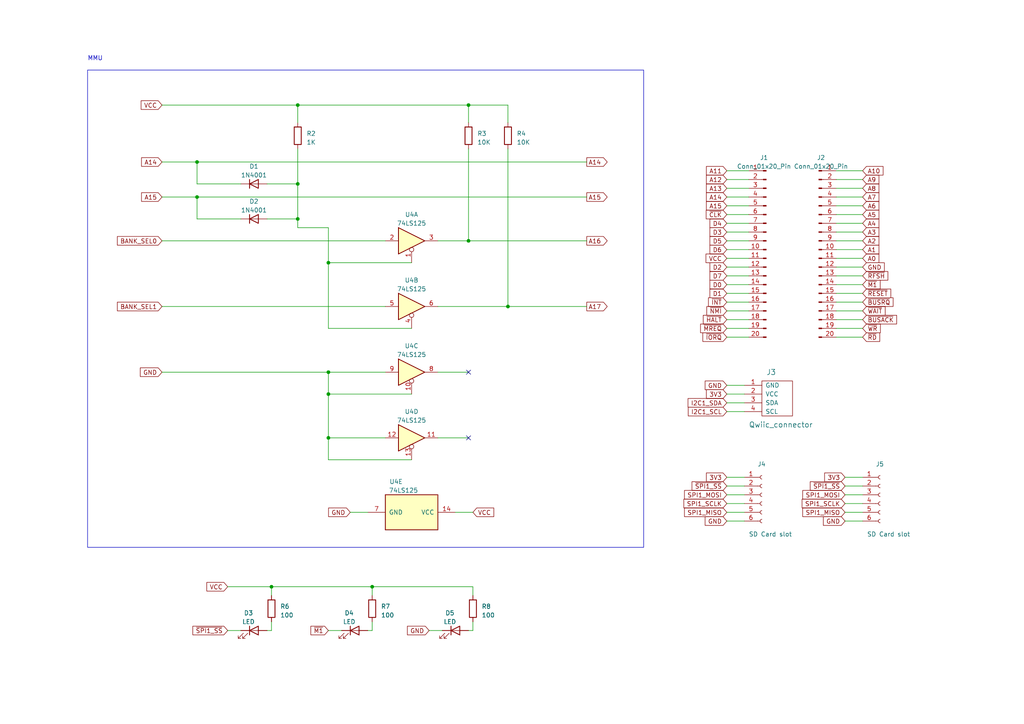
<source format=kicad_sch>
(kicad_sch (version 20231120) (generator "eeschema") (generator_version "8.0")
  (paper "A4")
  (title_block (title "Nucleo64 Z80") (date "2024-05-18") (rev "1.2"))
  (lib_symbols
    (symbol "74xx:74LS125" (pin_names (offset 1.016))
      (property "Reference" "U" (at 0 1.27 0))
      (property "Value" "74LS125" (at 0 -1.27 0))
      (symbol "74LS125_1_0"
        (polyline (pts (xy -3.81 3.81) (xy -3.81 -3.81) (xy 3.81 0) (xy -3.81 3.81)) (stroke (width 0.254)) (fill (type background)))
        (pin input inverted (at 0 -6.35 90) (length 4.445) (name "~") (number "1"))
        (pin input line (at -7.62 0 0) (length 3.81) (name "~") (number "2"))
        (pin tri_state line (at 7.62 0 180) (length 3.81) (name "~") (number "3"))
      )
      (symbol "74LS125_2_0"
        (polyline (pts (xy -3.81 3.81) (xy -3.81 -3.81) (xy 3.81 0) (xy -3.81 3.81)) (stroke (width 0.254)) (fill (type background)))
        (pin input inverted (at 0 -6.35 90) (length 4.445) (name "~") (number "4"))
        (pin input line (at -7.62 0 0) (length 3.81) (name "~") (number "5"))
        (pin tri_state line (at 7.62 0 180) (length 3.81) (name "~") (number "6"))
      )
      (symbol "74LS125_3_0"
        (polyline (pts (xy -3.81 3.81) (xy -3.81 -3.81) (xy 3.81 0) (xy -3.81 3.81)) (stroke (width 0.254)) (fill (type background)))
        (pin input inverted (at 0 -6.35 90) (length 4.445) (name "~") (number "10"))
        (pin tri_state line (at 7.62 0 180) (length 3.81) (name "~") (number "8"))
        (pin input line (at -7.62 0 0) (length 3.81) (name "~") (number "9"))
      )
      (symbol "74LS125_4_0"
        (polyline (pts (xy -3.81 3.81) (xy -3.81 -3.81) (xy 3.81 0) (xy -3.81 3.81)) (stroke (width 0.254)) (fill (type background)))
        (pin tri_state line (at 7.62 0 180) (length 3.81) (name "~") (number "11"))
        (pin input line (at -7.62 0 0) (length 3.81) (name "~") (number "12"))
        (pin input inverted (at 0 -6.35 90) (length 4.445) (name "~") (number "13"))
      )
      (symbol "74LS125_5_0"
        (pin power_in line (at 0 12.7 270) (length 5.08) (name "VCC") (number "14"))
        (pin power_in line (at 0 -12.7 90) (length 5.08) (name "GND") (number "7"))
      )
      (symbol "74LS125_5_1"
        (rectangle (start -5.08 7.62) (end 5.08 -7.62) (stroke (width 0.254)) (fill (type background)))
      )
    )
    (symbol "Conn_01x06_Socket_1" (pin_names (offset 1.016) hide)
      (property "Reference" "J" (at 0 7.62 0))
      (property "Value" "Conn_01x06_Socket" (at 0 -10.16 0))
      (symbol "Conn_01x06_Socket_1_1_1"
        (arc (start 0 -7.112) (mid -0.5058 -7.62) (end 0 -8.128) (stroke (width 0.1524)))
        (arc (start 0 -4.572) (mid -0.5058 -5.08) (end 0 -5.588) (stroke (width 0.1524)))
        (arc (start 0 -2.032) (mid -0.5058 -2.54) (end 0 -3.048) (stroke (width 0.1524)))
        (polyline (pts (xy -1.27 -7.62) (xy -0.508 -7.62)) (stroke (width 0.1524)))
        (polyline (pts (xy -1.27 -5.08) (xy -0.508 -5.08)) (stroke (width 0.1524)))
        (polyline (pts (xy -1.27 -2.54) (xy -0.508 -2.54)) (stroke (width 0.1524)))
        (polyline (pts (xy -1.27 0) (xy -0.508 0)) (stroke (width 0.1524)))
        (polyline (pts (xy -1.27 2.54) (xy -0.508 2.54)) (stroke (width 0.1524)))
        (polyline (pts (xy -1.27 5.08) (xy -0.508 5.08)) (stroke (width 0.1524)))
        (arc (start 0 0.508) (mid -0.5058 0) (end 0 -0.508) (stroke (width 0.1524)))
        (arc (start 0 3.048) (mid -0.5058 2.54) (end 0 2.032) (stroke (width 0.1524)))
        (arc (start 0 5.588) (mid -0.5058 5.08) (end 0 4.572) (stroke (width 0.1524)))
        (pin passive line (at -5.08 5.08 0) (length 3.81) (name "Pin_1") (number "1"))
        (pin passive line (at -5.08 2.54 0) (length 3.81) (name "Pin_2") (number "2"))
        (pin passive line (at -5.08 0 0) (length 3.81) (name "Pin_3") (number "3"))
        (pin passive line (at -5.08 -2.54 0) (length 3.81) (name "Pin_4") (number "4"))
        (pin passive line (at -5.08 -5.08 0) (length 3.81) (name "Pin_5") (number "5"))
        (pin passive line (at -5.08 -7.62 0) (length 3.81) (name "Pin_6") (number "6"))
      )
    )
    (symbol "Connector:Conn_01x06_Socket" (pin_names (offset 1.016) hide)
      (property "Reference" "J" (at 0 7.62 0))
      (property "Value" "Conn_01x06_Socket" (at 0 -10.16 0))
      (symbol "Conn_01x06_Socket_1_1"
        (arc (start 0 -7.112) (mid -0.5058 -7.62) (end 0 -8.128) (stroke (width 0.1524)))
        (arc (start 0 -4.572) (mid -0.5058 -5.08) (end 0 -5.588) (stroke (width 0.1524)))
        (arc (start 0 -2.032) (mid -0.5058 -2.54) (end 0 -3.048) (stroke (width 0.1524)))
        (polyline (pts (xy -1.27 -7.62) (xy -0.508 -7.62)) (stroke (width 0.1524)))
        (polyline (pts (xy -1.27 -5.08) (xy -0.508 -5.08)) (stroke (width 0.1524)))
        (polyline (pts (xy -1.27 -2.54) (xy -0.508 -2.54)) (stroke (width 0.1524)))
        (polyline (pts (xy -1.27 0) (xy -0.508 0)) (stroke (width 0.1524)))
        (polyline (pts (xy -1.27 2.54) (xy -0.508 2.54)) (stroke (width 0.1524)))
        (polyline (pts (xy -1.27 5.08) (xy -0.508 5.08)) (stroke (width 0.1524)))
        (arc (start 0 0.508) (mid -0.5058 0) (end 0 -0.508) (stroke (width 0.1524)))
        (arc (start 0 3.048) (mid -0.5058 2.54) (end 0 2.032) (stroke (width 0.1524)))
        (arc (start 0 5.588) (mid -0.5058 5.08) (end 0 4.572) (stroke (width 0.1524)))
        (pin passive line (at -5.08 5.08 0) (length 3.81) (name "Pin_1") (number "1"))
        (pin passive line (at -5.08 2.54 0) (length 3.81) (name "Pin_2") (number "2"))
        (pin passive line (at -5.08 0 0) (length 3.81) (name "Pin_3") (number "3"))
        (pin passive line (at -5.08 -2.54 0) (length 3.81) (name "Pin_4") (number "4"))
        (pin passive line (at -5.08 -5.08 0) (length 3.81) (name "Pin_5") (number "5"))
        (pin passive line (at -5.08 -7.62 0) (length 3.81) (name "Pin_6") (number "6"))
      )
    )
    (symbol "Connector:Conn_01x20_Pin" (pin_names (offset 1.016) hide)
      (property "Reference" "J" (at 0 25.4 0))
      (property "Value" "Conn_01x20_Pin" (at 0 -27.94 0))
      (symbol "Conn_01x20_Pin_1_1"
        (polyline (pts (xy 1.27 -25.4) (xy 0.8636 -25.4)) (stroke (width 0.1524)))
        (polyline (pts (xy 1.27 -22.86) (xy 0.8636 -22.86)) (stroke (width 0.1524)))
        (polyline (pts (xy 1.27 -20.32) (xy 0.8636 -20.32)) (stroke (width 0.1524)))
        (polyline (pts (xy 1.27 -17.78) (xy 0.8636 -17.78)) (stroke (width 0.1524)))
        (polyline (pts (xy 1.27 -15.24) (xy 0.8636 -15.24)) (stroke (width 0.1524)))
        (polyline (pts (xy 1.27 -12.7) (xy 0.8636 -12.7)) (stroke (width 0.1524)))
        (polyline (pts (xy 1.27 -10.16) (xy 0.8636 -10.16)) (stroke (width 0.1524)))
        (polyline (pts (xy 1.27 -7.62) (xy 0.8636 -7.62)) (stroke (width 0.1524)))
        (polyline (pts (xy 1.27 -5.08) (xy 0.8636 -5.08)) (stroke (width 0.1524)))
        (polyline (pts (xy 1.27 -2.54) (xy 0.8636 -2.54)) (stroke (width 0.1524)))
        (polyline (pts (xy 1.27 0) (xy 0.8636 0)) (stroke (width 0.1524)))
        (polyline (pts (xy 1.27 2.54) (xy 0.8636 2.54)) (stroke (width 0.1524)))
        (polyline (pts (xy 1.27 5.08) (xy 0.8636 5.08)) (stroke (width 0.1524)))
        (polyline (pts (xy 1.27 7.62) (xy 0.8636 7.62)) (stroke (width 0.1524)))
        (polyline (pts (xy 1.27 10.16) (xy 0.8636 10.16)) (stroke (width 0.1524)))
        (polyline (pts (xy 1.27 12.7) (xy 0.8636 12.7)) (stroke (width 0.1524)))
        (polyline (pts (xy 1.27 15.24) (xy 0.8636 15.24)) (stroke (width 0.1524)))
        (polyline (pts (xy 1.27 17.78) (xy 0.8636 17.78)) (stroke (width 0.1524)))
        (polyline (pts (xy 1.27 20.32) (xy 0.8636 20.32)) (stroke (width 0.1524)))
        (polyline (pts (xy 1.27 22.86) (xy 0.8636 22.86)) (stroke (width 0.1524)))
        (rectangle (start 0.8636 -25.273) (end 0 -25.527) (stroke (width 0.1524)) (fill (type outline)))
        (rectangle (start 0.8636 -22.733) (end 0 -22.987) (stroke (width 0.1524)) (fill (type outline)))
        (rectangle (start 0.8636 -20.193) (end 0 -20.447) (stroke (width 0.1524)) (fill (type outline)))
        (rectangle (start 0.8636 -17.653) (end 0 -17.907) (stroke (width 0.1524)) (fill (type outline)))
        (rectangle (start 0.8636 -15.113) (end 0 -15.367) (stroke (width 0.1524)) (fill (type outline)))
        (rectangle (start 0.8636 -12.573) (end 0 -12.827) (stroke (width 0.1524)) (fill (type outline)))
        (rectangle (start 0.8636 -10.033) (end 0 -10.287) (stroke (width 0.1524)) (fill (type outline)))
        (rectangle (start 0.8636 -7.493) (end 0 -7.747) (stroke (width 0.1524)) (fill (type outline)))
        (rectangle (start 0.8636 -4.953) (end 0 -5.207) (stroke (width 0.1524)) (fill (type outline)))
        (rectangle (start 0.8636 -2.413) (end 0 -2.667) (stroke (width 0.1524)) (fill (type outline)))
        (rectangle (start 0.8636 0.127) (end 0 -0.127) (stroke (width 0.1524)) (fill (type outline)))
        (rectangle (start 0.8636 2.667) (end 0 2.413) (stroke (width 0.1524)) (fill (type outline)))
        (rectangle (start 0.8636 5.207) (end 0 4.953) (stroke (width 0.1524)) (fill (type outline)))
        (rectangle (start 0.8636 7.747) (end 0 7.493) (stroke (width 0.1524)) (fill (type outline)))
        (rectangle (start 0.8636 10.287) (end 0 10.033) (stroke (width 0.1524)) (fill (type outline)))
        (rectangle (start 0.8636 12.827) (end 0 12.573) (stroke (width 0.1524)) (fill (type outline)))
        (rectangle (start 0.8636 15.367) (end 0 15.113) (stroke (width 0.1524)) (fill (type outline)))
        (rectangle (start 0.8636 17.907) (end 0 17.653) (stroke (width 0.1524)) (fill (type outline)))
        (rectangle (start 0.8636 20.447) (end 0 20.193) (stroke (width 0.1524)) (fill (type outline)))
        (rectangle (start 0.8636 22.987) (end 0 22.733) (stroke (width 0.1524)) (fill (type outline)))
        (pin passive line (at 5.08 22.86 180) (length 3.81) (name "Pin_1") (number "1"))
        (pin passive line (at 5.08 0 180) (length 3.81) (name "Pin_10") (number "10"))
        (pin passive line (at 5.08 -2.54 180) (length 3.81) (name "Pin_11") (number "11"))
        (pin passive line (at 5.08 -5.08 180) (length 3.81) (name "Pin_12") (number "12"))
        (pin passive line (at 5.08 -7.62 180) (length 3.81) (name "Pin_13") (number "13"))
        (pin passive line (at 5.08 -10.16 180) (length 3.81) (name "Pin_14") (number "14"))
        (pin passive line (at 5.08 -12.7 180) (length 3.81) (name "Pin_15") (number "15"))
        (pin passive line (at 5.08 -15.24 180) (length 3.81) (name "Pin_16") (number "16"))
        (pin passive line (at 5.08 -17.78 180) (length 3.81) (name "Pin_17") (number "17"))
        (pin passive line (at 5.08 -20.32 180) (length 3.81) (name "Pin_18") (number "18"))
        (pin passive line (at 5.08 -22.86 180) (length 3.81) (name "Pin_19") (number "19"))
        (pin passive line (at 5.08 20.32 180) (length 3.81) (name "Pin_2") (number "2"))
        (pin passive line (at 5.08 -25.4 180) (length 3.81) (name "Pin_20") (number "20"))
        (pin passive line (at 5.08 17.78 180) (length 3.81) (name "Pin_3") (number "3"))
        (pin passive line (at 5.08 15.24 180) (length 3.81) (name "Pin_4") (number "4"))
        (pin passive line (at 5.08 12.7 180) (length 3.81) (name "Pin_5") (number "5"))
        (pin passive line (at 5.08 10.16 180) (length 3.81) (name "Pin_6") (number "6"))
        (pin passive line (at 5.08 7.62 180) (length 3.81) (name "Pin_7") (number "7"))
        (pin passive line (at 5.08 5.08 180) (length 3.81) (name "Pin_8") (number "8"))
        (pin passive line (at 5.08 2.54 180) (length 3.81) (name "Pin_9") (number "9"))
      )
    )
    (symbol "Device:LED" (pin_numbers hide) (pin_names (offset 1.016) hide)
      (property "Reference" "D" (at 0 2.54 0))
      (property "Value" "LED" (at 0 -2.54 0))
      (symbol "LED_0_1"
        (polyline (pts (xy -1.27 -1.27) (xy -1.27 1.27)) (stroke (width 0.254)))
        (polyline (pts (xy -1.27 0) (xy 1.27 0)))
        (polyline (pts (xy 1.27 -1.27) (xy 1.27 1.27) (xy -1.27 0) (xy 1.27 -1.27)) (stroke (width 0.254)))
        (polyline (pts (xy -3.048 -0.762) (xy -4.572 -2.286) (xy -3.81 -2.286) (xy -4.572 -2.286) (xy -4.572 -1.524)))
        (polyline (pts (xy -1.778 -0.762) (xy -3.302 -2.286) (xy -2.54 -2.286) (xy -3.302 -2.286) (xy -3.302 -1.524)))
      )
      (symbol "LED_1_1"
        (pin passive line (at -3.81 0 0) (length 2.54) (name "K") (number "1"))
        (pin passive line (at 3.81 0 180) (length 2.54) (name "A") (number "2"))
      )
    )
    (symbol "Device:R" (pin_numbers hide) (pin_names (offset 0))
      (property "Reference" "R" (at 2.032 0 90))
      (property "Value" "R" (at 0 0 90))
      (symbol "R_0_1"
        (rectangle (start -1.016 -2.54) (end 1.016 2.54) (stroke (width 0.254)))
      )
      (symbol "R_1_1"
        (pin passive line (at 0 3.81 270) (length 1.27) (name "~") (number "1"))
        (pin passive line (at 0 -3.81 90) (length 1.27) (name "~") (number "2"))
      )
    )
    (symbol "Diode:1N4001" (pin_numbers hide) (pin_names hide)
      (property "Reference" "D" (at 0 2.54 0))
      (property "Value" "1N4001" (at 0 -2.54 0))
      (symbol "1N4001_0_1"
        (polyline (pts (xy -1.27 1.27) (xy -1.27 -1.27)) (stroke (width 0.254)))
        (polyline (pts (xy 1.27 0) (xy -1.27 0)))
        (polyline (pts (xy 1.27 1.27) (xy 1.27 -1.27) (xy -1.27 0) (xy 1.27 1.27)) (stroke (width 0.254)))
      )
      (symbol "1N4001_1_1"
        (pin passive line (at -3.81 0 0) (length 2.54) (name "K") (number "1"))
        (pin passive line (at 3.81 0 180) (length 2.54) (name "A") (number "2"))
      )
    )
    (symbol "mylib:Qwiic_connector" (pin_names (offset 1.016))
      (property "Reference" "J" (at 8.89 -13.97 0))
      (property "Value" "Qwiic_connector" (at 7.62 -1.27 0))
      (symbol "Qwiic_connector_0_1"
        (rectangle (start 13.97 -12.7) (end 5.08 -2.54))
      )
      (symbol "Qwiic_connector_1_1"
        (pin passive line (at 0 -3.81 0) (length 5.08) (name "GND") (number "1"))
        (pin input line (at 0 -6.35 0) (length 5.08) (name "VCC") (number "2"))
        (pin bidirectional line (at 0 -8.89 0) (length 5.08) (name "SDA") (number "3"))
        (pin bidirectional line (at 0 -11.43 0) (length 5.08) (name "SCL") (number "4"))
      )
    )
  )
  (junction (at 86.36 63.5))
  (junction (at 95.25 114.3))
  (junction (at 147.32 88.9))
  (junction (at 95.25 107.95))
  (junction (at 57.15 46.99))
  (junction (at 86.36 53.34))
  (junction (at 78.74 170.18))
  (junction (at 95.25 127))
  (junction (at 107.95 170.18))
  (junction (at 135.89 30.48))
  (junction (at 95.25 76.2))
  (junction (at 57.15 57.15))
  (junction (at 86.36 30.48))
  (junction (at 135.89 69.85))
  (no_connect (at 135.89 127))
  (no_connect (at 135.89 107.95))
  (wire (pts (xy 210.82 138.43) (xy 215.9 138.43)))
  (wire (pts (xy 250.19 72.39) (xy 242.57 72.39)))
  (wire (pts (xy 46.99 107.95) (xy 95.25 107.95)))
  (wire (pts (xy 147.32 88.9) (xy 170.18 88.9)))
  (wire (pts (xy 210.82 52.07) (xy 217.17 52.07)))
  (wire (pts (xy 250.19 95.25) (xy 242.57 95.25)))
  (wire (pts (xy 95.25 182.88) (xy 99.06 182.88)))
  (wire (pts (xy 86.36 43.18) (xy 86.36 53.34)))
  (wire (pts (xy 210.82 119.38) (xy 215.9 119.38)))
  (wire (pts (xy 101.6 148.59) (xy 106.68 148.59)))
  (wire (pts (xy 210.82 62.23) (xy 217.17 62.23)))
  (wire (pts (xy 250.19 146.05) (xy 245.11 146.05)))
  (wire (pts (xy 95.25 127) (xy 95.25 133.35)))
  (wire (pts (xy 250.19 138.43) (xy 245.11 138.43)))
  (wire (pts (xy 135.89 43.18) (xy 135.89 69.85)))
  (wire (pts (xy 95.25 95.25) (xy 119.38 95.25)))
  (wire (pts (xy 127 88.9) (xy 147.32 88.9)))
  (wire (pts (xy 250.19 87.63) (xy 242.57 87.63)))
  (wire (pts (xy 86.36 30.48) (xy 135.89 30.48)))
  (wire (pts (xy 137.16 170.18) (xy 137.16 172.72)))
  (wire (pts (xy 135.89 69.85) (xy 170.18 69.85)))
  (wire (pts (xy 210.82 87.63) (xy 217.17 87.63)))
  (wire (pts (xy 250.19 74.93) (xy 242.57 74.93)))
  (wire (pts (xy 210.82 95.25) (xy 217.17 95.25)))
  (wire (pts (xy 127 107.95) (xy 135.89 107.95)))
  (wire (pts (xy 210.82 59.69) (xy 217.17 59.69)))
  (wire (pts (xy 250.19 49.53) (xy 242.57 49.53)))
  (wire (pts (xy 250.19 54.61) (xy 242.57 54.61)))
  (wire (pts (xy 57.15 57.15) (xy 57.15 63.5)))
  (wire (pts (xy 210.82 69.85) (xy 217.17 69.85)))
  (wire (pts (xy 250.19 85.09) (xy 242.57 85.09)))
  (wire (pts (xy 250.19 59.69) (xy 242.57 59.69)))
  (wire (pts (xy 210.82 54.61) (xy 217.17 54.61)))
  (wire (pts (xy 170.18 46.99) (xy 57.15 46.99)))
  (wire (pts (xy 210.82 143.51) (xy 215.9 143.51)))
  (wire (pts (xy 250.19 143.51) (xy 245.11 143.51)))
  (wire (pts (xy 210.82 146.05) (xy 215.9 146.05)))
  (wire (pts (xy 78.74 180.34) (xy 78.74 182.88)))
  (wire (pts (xy 210.82 151.13) (xy 215.9 151.13)))
  (wire (pts (xy 124.46 182.88) (xy 128.27 182.88)))
  (wire (pts (xy 210.82 57.15) (xy 217.17 57.15)))
  (wire (pts (xy 210.82 140.97) (xy 215.9 140.97)))
  (wire (pts (xy 210.82 77.47) (xy 217.17 77.47)))
  (wire (pts (xy 210.82 85.09) (xy 217.17 85.09)))
  (wire (pts (xy 210.82 90.17) (xy 217.17 90.17)))
  (wire (pts (xy 119.38 133.35) (xy 95.25 133.35)))
  (wire (pts (xy 111.76 107.95) (xy 95.25 107.95)))
  (wire (pts (xy 78.74 170.18) (xy 107.95 170.18)))
  (wire (pts (xy 95.25 114.3) (xy 119.38 114.3)))
  (wire (pts (xy 95.25 107.95) (xy 95.25 114.3)))
  (wire (pts (xy 210.82 74.93) (xy 217.17 74.93)))
  (wire (pts (xy 250.19 69.85) (xy 242.57 69.85)))
  (wire (pts (xy 210.82 148.59) (xy 215.9 148.59)))
  (wire (pts (xy 137.16 180.34) (xy 137.16 182.88)))
  (wire (pts (xy 86.36 30.48) (xy 86.36 35.56)))
  (wire (pts (xy 106.68 182.88) (xy 107.95 182.88)))
  (wire (pts (xy 250.19 64.77) (xy 242.57 64.77)))
  (wire (pts (xy 250.19 67.31) (xy 242.57 67.31)))
  (wire (pts (xy 95.25 76.2) (xy 95.25 95.25)))
  (wire (pts (xy 210.82 116.84) (xy 215.9 116.84)))
  (wire (pts (xy 86.36 63.5) (xy 86.36 53.34)))
  (wire (pts (xy 250.19 57.15) (xy 242.57 57.15)))
  (wire (pts (xy 250.19 97.79) (xy 242.57 97.79)))
  (wire (pts (xy 210.82 92.71) (xy 217.17 92.71)))
  (wire (pts (xy 86.36 63.5) (xy 86.36 66.04)))
  (wire (pts (xy 78.74 170.18) (xy 78.74 172.72)))
  (wire (pts (xy 46.99 30.48) (xy 86.36 30.48)))
  (wire (pts (xy 210.82 64.77) (xy 217.17 64.77)))
  (wire (pts (xy 127 69.85) (xy 135.89 69.85)))
  (wire (pts (xy 135.89 182.88) (xy 137.16 182.88)))
  (wire (pts (xy 66.04 170.18) (xy 78.74 170.18)))
  (wire (pts (xy 46.99 46.99) (xy 57.15 46.99)))
  (wire (pts (xy 210.82 111.76) (xy 215.9 111.76)))
  (wire (pts (xy 210.82 80.01) (xy 217.17 80.01)))
  (wire (pts (xy 250.19 90.17) (xy 242.57 90.17)))
  (wire (pts (xy 107.95 170.18) (xy 137.16 170.18)))
  (wire (pts (xy 95.25 127) (xy 111.76 127)))
  (wire (pts (xy 107.95 170.18) (xy 107.95 172.72)))
  (wire (pts (xy 250.19 151.13) (xy 245.11 151.13)))
  (wire (pts (xy 46.99 57.15) (xy 57.15 57.15)))
  (wire (pts (xy 147.32 43.18) (xy 147.32 88.9)))
  (wire (pts (xy 147.32 30.48) (xy 147.32 35.56)))
  (wire (pts (xy 57.15 53.34) (xy 69.85 53.34)))
  (wire (pts (xy 127 127) (xy 135.89 127)))
  (wire (pts (xy 135.89 30.48) (xy 135.89 35.56)))
  (wire (pts (xy 210.82 49.53) (xy 217.17 49.53)))
  (wire (pts (xy 77.47 63.5) (xy 86.36 63.5)))
  (wire (pts (xy 95.25 66.04) (xy 95.25 76.2)))
  (wire (pts (xy 250.19 82.55) (xy 242.57 82.55)))
  (wire (pts (xy 250.19 80.01) (xy 242.57 80.01)))
  (wire (pts (xy 210.82 82.55) (xy 217.17 82.55)))
  (wire (pts (xy 135.89 30.48) (xy 147.32 30.48)))
  (wire (pts (xy 132.08 148.59) (xy 137.16 148.59)))
  (wire (pts (xy 250.19 62.23) (xy 242.57 62.23)))
  (wire (pts (xy 66.04 182.88) (xy 69.85 182.88)))
  (wire (pts (xy 250.19 140.97) (xy 245.11 140.97)))
  (wire (pts (xy 210.82 114.3) (xy 215.9 114.3)))
  (wire (pts (xy 95.25 76.2) (xy 119.38 76.2)))
  (wire (pts (xy 250.19 77.47) (xy 242.57 77.47)))
  (wire (pts (xy 46.99 88.9) (xy 111.76 88.9)))
  (wire (pts (xy 170.18 57.15) (xy 57.15 57.15)))
  (wire (pts (xy 77.47 182.88) (xy 78.74 182.88)))
  (wire (pts (xy 46.99 69.85) (xy 111.76 69.85)))
  (wire (pts (xy 86.36 66.04) (xy 95.25 66.04)))
  (wire (pts (xy 210.82 72.39) (xy 217.17 72.39)))
  (wire (pts (xy 107.95 180.34) (xy 107.95 182.88)))
  (wire (pts (xy 250.19 52.07) (xy 242.57 52.07)))
  (wire (pts (xy 57.15 63.5) (xy 69.85 63.5)))
  (wire (pts (xy 86.36 53.34) (xy 77.47 53.34)))
  (wire (pts (xy 95.25 114.3) (xy 95.25 127)))
  (wire (pts (xy 57.15 46.99) (xy 57.15 53.34)))
  (wire (pts (xy 250.19 92.71) (xy 242.57 92.71)))
  (wire (pts (xy 210.82 97.79) (xy 217.17 97.79)))
  (wire (pts (xy 210.82 67.31) (xy 217.17 67.31)))
  (wire (pts (xy 250.19 148.59) (xy 245.11 148.59)))
  (rectangle (start 25.4 20.32) (end 186.69 158.75))
  (text "MMU" (at 25.4 17.78 0) (effects (font (size 1.27 1.27)) (justify left bottom)))
  (global_label "A15" (shape input) (at 210.82 59.69 180) (property "Intersheetrefs" "${INTERSHEET_REFS}" (effects (hide yes))))
  (global_label "SPI1_MOSI" (shape input) (at 245.11 143.51 180) (property "Intersheetrefs" "${INTERSHEET_REFS}" (effects (hide yes))))
  (global_label "A6" (shape input) (at 250.19 59.69 0) (property "Intersheetrefs" "${INTERSHEET_REFS}" (effects (hide yes))))
  (global_label "SPI1_MOSI" (shape input) (at 210.82 143.51 180) (property "Intersheetrefs" "${INTERSHEET_REFS}" (effects (hide yes))))
  (global_label "~{SPI1_SS}" (shape input) (at 66.04 182.88 180) (property "Intersheetrefs" "${INTERSHEET_REFS}" (effects (hide yes))))
  (global_label "~{M1}" (shape input) (at 95.25 182.88 180) (property "Intersheetrefs" "${INTERSHEET_REFS}" (effects (hide yes))))
  (global_label "I2C1_SDA" (shape input) (at 210.82 116.84 180) (property "Intersheetrefs" "${INTERSHEET_REFS}" (effects (hide yes))))
  (global_label "~{SPI1_SS}" (shape input) (at 245.11 140.97 180) (property "Intersheetrefs" "${INTERSHEET_REFS}" (effects (hide yes))))
  (global_label "A15" (shape output) (at 170.18 57.15 0) (property "Intersheetrefs" "${INTERSHEET_REFS}" (effects (hide yes))))
  (global_label "~{MREQ}" (shape input) (at 210.82 95.25 180) (property "Intersheetrefs" "${INTERSHEET_REFS}" (effects (hide yes))))
  (global_label "A14" (shape input) (at 46.99 46.99 180) (property "Intersheetrefs" "${INTERSHEET_REFS}" (effects (hide yes))))
  (global_label "GND" (shape input) (at 124.46 182.88 180) (property "Intersheetrefs" "${INTERSHEET_REFS}" (effects (hide yes))))
  (global_label "D6" (shape input) (at 210.82 72.39 180) (property "Intersheetrefs" "${INTERSHEET_REFS}" (effects (hide yes))))
  (global_label "VCC" (shape input) (at 210.82 74.93 180) (property "Intersheetrefs" "${INTERSHEET_REFS}" (effects (hide yes))))
  (global_label "3V3" (shape input) (at 245.11 138.43 180) (property "Intersheetrefs" "${INTERSHEET_REFS}" (effects (hide yes))))
  (global_label "A16" (shape output) (at 170.18 69.85 0) (property "Intersheetrefs" "${INTERSHEET_REFS}" (effects (hide yes))))
  (global_label "D4" (shape input) (at 210.82 64.77 180) (property "Intersheetrefs" "${INTERSHEET_REFS}" (effects (hide yes))))
  (global_label "BANK_SEL1" (shape input) (at 46.99 88.9 180) (property "Intersheetrefs" "${INTERSHEET_REFS}" (effects (hide yes))))
  (global_label "~{WAIT}" (shape input) (at 250.19 90.17 0) (property "Intersheetrefs" "${INTERSHEET_REFS}" (effects (hide yes))))
  (global_label "A1" (shape input) (at 250.19 72.39 0) (property "Intersheetrefs" "${INTERSHEET_REFS}" (effects (hide yes))))
  (global_label "SPI1_SCLK" (shape input) (at 210.82 146.05 180) (property "Intersheetrefs" "${INTERSHEET_REFS}" (effects (hide yes))))
  (global_label "A4" (shape input) (at 250.19 64.77 0) (property "Intersheetrefs" "${INTERSHEET_REFS}" (effects (hide yes))))
  (global_label "~{INT}" (shape input) (at 210.82 87.63 180) (property "Intersheetrefs" "${INTERSHEET_REFS}" (effects (hide yes))))
  (global_label "~{HALT}" (shape input) (at 210.82 92.71 180) (property "Intersheetrefs" "${INTERSHEET_REFS}" (effects (hide yes))))
  (global_label "A12" (shape input) (at 210.82 52.07 180) (property "Intersheetrefs" "${INTERSHEET_REFS}" (effects (hide yes))))
  (global_label "~{NMI}" (shape input) (at 210.82 90.17 180) (property "Intersheetrefs" "${INTERSHEET_REFS}" (effects (hide yes))))
  (global_label "A8" (shape input) (at 250.19 54.61 0) (property "Intersheetrefs" "${INTERSHEET_REFS}" (effects (hide yes))))
  (global_label "BANK_SEL0" (shape input) (at 46.99 69.85 180) (property "Intersheetrefs" "${INTERSHEET_REFS}" (effects (hide yes))))
  (global_label "A14" (shape output) (at 170.18 46.99 0) (property "Intersheetrefs" "${INTERSHEET_REFS}" (effects (hide yes))))
  (global_label "~{CLK}" (shape input) (at 210.82 62.23 180) (property "Intersheetrefs" "${INTERSHEET_REFS}" (effects (hide yes))))
  (global_label "SPI1_SCLK" (shape input) (at 245.11 146.05 180) (property "Intersheetrefs" "${INTERSHEET_REFS}" (effects (hide yes))))
  (global_label "GND" (shape input) (at 250.19 77.47 0) (property "Intersheetrefs" "${INTERSHEET_REFS}" (effects (hide yes))))
  (global_label "VCC" (shape input) (at 66.04 170.18 180) (property "Intersheetrefs" "${INTERSHEET_REFS}" (effects (hide yes))))
  (global_label "~{RFSH}" (shape input) (at 250.19 80.01 0) (property "Intersheetrefs" "${INTERSHEET_REFS}" (effects (hide yes))))
  (global_label "D5" (shape input) (at 210.82 69.85 180) (property "Intersheetrefs" "${INTERSHEET_REFS}" (effects (hide yes))))
  (global_label "A17" (shape output) (at 170.18 88.9 0) (property "Intersheetrefs" "${INTERSHEET_REFS}" (effects (hide yes))))
  (global_label "D3" (shape input) (at 210.82 67.31 180) (property "Intersheetrefs" "${INTERSHEET_REFS}" (effects (hide yes))))
  (global_label "D7" (shape input) (at 210.82 80.01 180) (property "Intersheetrefs" "${INTERSHEET_REFS}" (effects (hide yes))))
  (global_label "~{BUSRQ}" (shape input) (at 250.19 87.63 0) (property "Intersheetrefs" "${INTERSHEET_REFS}" (effects (hide yes))))
  (global_label "SPI1_MISO" (shape input) (at 210.82 148.59 180) (property "Intersheetrefs" "${INTERSHEET_REFS}" (effects (hide yes))))
  (global_label "GND" (shape input) (at 210.82 111.76 180) (property "Intersheetrefs" "${INTERSHEET_REFS}" (effects (hide yes))))
  (global_label "SPI1_MISO" (shape input) (at 245.11 148.59 180) (property "Intersheetrefs" "${INTERSHEET_REFS}" (effects (hide yes))))
  (global_label "A15" (shape input) (at 46.99 57.15 180) (property "Intersheetrefs" "${INTERSHEET_REFS}" (effects (hide yes))))
  (global_label "3V3" (shape input) (at 210.82 114.3 180) (property "Intersheetrefs" "${INTERSHEET_REFS}" (effects (hide yes))))
  (global_label "A5" (shape input) (at 250.19 62.23 0) (property "Intersheetrefs" "${INTERSHEET_REFS}" (effects (hide yes))))
  (global_label "~{BUSACK}" (shape input) (at 250.19 92.71 0) (property "Intersheetrefs" "${INTERSHEET_REFS}" (effects (hide yes))))
  (global_label "A9" (shape input) (at 250.19 52.07 0) (property "Intersheetrefs" "${INTERSHEET_REFS}" (effects (hide yes))))
  (global_label "A7" (shape input) (at 250.19 57.15 0) (property "Intersheetrefs" "${INTERSHEET_REFS}" (effects (hide yes))))
  (global_label "GND" (shape input) (at 210.82 151.13 180) (property "Intersheetrefs" "${INTERSHEET_REFS}" (effects (hide yes))))
  (global_label "3V3" (shape input) (at 210.82 138.43 180) (property "Intersheetrefs" "${INTERSHEET_REFS}" (effects (hide yes))))
  (global_label "D1" (shape input) (at 210.82 85.09 180) (property "Intersheetrefs" "${INTERSHEET_REFS}" (effects (hide yes))))
  (global_label "A10" (shape input) (at 250.19 49.53 0) (property "Intersheetrefs" "${INTERSHEET_REFS}" (effects (hide yes))))
  (global_label "VCC" (shape input) (at 137.16 148.59 0) (property "Intersheetrefs" "${INTERSHEET_REFS}" (effects (hide yes))))
  (global_label "~{WR}" (shape input) (at 250.19 95.25 0) (property "Intersheetrefs" "${INTERSHEET_REFS}" (effects (hide yes))))
  (global_label "A11" (shape input) (at 210.82 49.53 180) (property "Intersheetrefs" "${INTERSHEET_REFS}" (effects (hide yes))))
  (global_label "VCC" (shape input) (at 46.99 30.48 180) (property "Intersheetrefs" "${INTERSHEET_REFS}" (effects (hide yes))))
  (global_label "D2" (shape input) (at 210.82 77.47 180) (property "Intersheetrefs" "${INTERSHEET_REFS}" (effects (hide yes))))
  (global_label "~{IORQ}" (shape input) (at 210.82 97.79 180) (property "Intersheetrefs" "${INTERSHEET_REFS}" (effects (hide yes))))
  (global_label "A14" (shape input) (at 210.82 57.15 180) (property "Intersheetrefs" "${INTERSHEET_REFS}" (effects (hide yes))))
  (global_label "~{M1}" (shape input) (at 250.19 82.55 0) (property "Intersheetrefs" "${INTERSHEET_REFS}" (effects (hide yes))))
  (global_label "A2" (shape input) (at 250.19 69.85 0) (property "Intersheetrefs" "${INTERSHEET_REFS}" (effects (hide yes))))
  (global_label "I2C1_SCL" (shape input) (at 210.82 119.38 180) (property "Intersheetrefs" "${INTERSHEET_REFS}" (effects (hide yes))))
  (global_label "~{RESET}" (shape input) (at 250.19 85.09 0) (property "Intersheetrefs" "${INTERSHEET_REFS}" (effects (hide yes))))
  (global_label "~{SPI1_SS}" (shape input) (at 210.82 140.97 180) (property "Intersheetrefs" "${INTERSHEET_REFS}" (effects (hide yes))))
  (global_label "GND" (shape input) (at 101.6 148.59 180) (property "Intersheetrefs" "${INTERSHEET_REFS}" (effects (hide yes))))
  (global_label "A13" (shape input) (at 210.82 54.61 180) (property "Intersheetrefs" "${INTERSHEET_REFS}" (effects (hide yes))))
  (global_label "~{RD}" (shape input) (at 250.19 97.79 0) (property "Intersheetrefs" "${INTERSHEET_REFS}" (effects (hide yes))))
  (global_label "GND" (shape input) (at 46.99 107.95 180) (property "Intersheetrefs" "${INTERSHEET_REFS}" (effects (hide yes))))
  (global_label "GND" (shape input) (at 245.11 151.13 180) (property "Intersheetrefs" "${INTERSHEET_REFS}" (effects (hide yes))))
  (global_label "A0" (shape input) (at 250.19 74.93 0) (property "Intersheetrefs" "${INTERSHEET_REFS}" (effects (hide yes))))
  (global_label "D0" (shape input) (at 210.82 82.55 180) (property "Intersheetrefs" "${INTERSHEET_REFS}" (effects (hide yes))))
  (global_label "A3" (shape input) (at 250.19 67.31 0) (property "Intersheetrefs" "${INTERSHEET_REFS}" (effects (hide yes))))
  (symbol (lib_id "Device:LED") (at 132.08 182.88 0) (unit 1)
    (property "Reference" "D5" (at 130.4925 177.8 0))
    (property "Value" "LED" (at 130.4925 180.34 0))
    (property "Footprint" "LED_THT:LED_D5.0mm" (effects (hide yes)))
    (instances (project "Nucleo64_Z80" (path "" (reference "D5") (unit 1))) (project "SuperEMUZ80" (path "" (reference "D2") (unit 1))))
  )
  (symbol (lib_id "74xx:74LS125") (at 119.38 107.95 0) (unit 3)
    (property "Reference" "U4" (at 119.38 100.33 0))
    (property "Value" "74LS125" (at 119.38 102.87 0))
    (property "Footprint" "Package_SO:SSOP-14_5.3x6.2mm_P0.65mm" (effects (hide yes)))
    (property "Datasheet" "http://www.ti.com/lit/gpn/sn74LS125" (effects (hide yes)))
  )
  (symbol (lib_id "Connector:Conn_01x06_Socket") (at 255.27 143.51 0) (unit 1)
    (property "Reference" "J5" (at 254 134.62 0) (effects (justify left)))
    (property "Value" "SD Card slot" (at 251.46 154.94 0) (effects (justify left)))
    (property "Footprint" "Connector_PinHeader_2.54mm:PinHeader_1x06_P2.54mm_Vertical" (effects (hide yes)))
    (instances (project "Nucleo64_Z80" (path "" (reference "J5") (unit 1))) (project "SuperEMUZ80" (path "" (reference "J4") (unit 1))))
  )
  (symbol (lib_id "Connector:Conn_01x20_Pin") (at 222.25 72.39 0) (mirror y) (unit 1)
    (property "Reference" "J1" (at 221.615 45.72 0))
    (property "Value" "Conn_01x20_Pin" (at 221.615 48.26 0))
    (property "Footprint" "Connector_PinHeader_2.54mm:PinHeader_1x20_P2.54mm_Vertical" (effects (hide yes)))
  )
  (symbol (lib_id "Device:R") (at 135.89 39.37 0) (unit 1)
    (property "Reference" "R3" (at 138.43 38.735 0) (effects (justify left)))
    (property "Value" "10K" (at 138.43 41.275 0) (effects (justify left)))
    (property "Footprint" "Resistor_SMD:R_0805_2012Metric_Pad1.20x1.40mm_HandSolder" (effects (hide yes)))
    (instances (project "Nucleo64_Z80" (path "" (reference "R3") (unit 1))) (project "MMU" (path "" (reference "R9") (unit 1))) (project "MEZ80RAM-SD" (path "" (reference "R9") (unit 1))))
  )
  (symbol (lib_id "Device:R") (at 86.36 39.37 0) (unit 1)
    (property "Reference" "R2" (at 88.9 38.735 0) (effects (justify left)))
    (property "Value" "1K" (at 88.9 41.275 0) (effects (justify left)))
    (property "Footprint" "Resistor_SMD:R_0805_2012Metric_Pad1.20x1.40mm_HandSolder" (effects (hide yes)))
    (instances (project "Nucleo64_Z80" (path "" (reference "R2") (unit 1))) (project "MMU" (path "" (reference "R8") (unit 1))) (project "MEZ80RAM-SD" (path "" (reference "R8") (unit 1))))
  )
  (symbol (lib_id "Diode:1N4001") (at 73.66 53.34 0) (unit 1)
    (property "Reference" "D1" (at 73.66 48.26 0))
    (property "Value" "1N4001" (at 73.66 50.8 0))
    (property "Footprint" "Diode_SMD:D_0805_2012Metric_Pad1.15x1.40mm_HandSolder" (effects (hide yes)))
    (property "Datasheet" "http://www.vishay.com/docs/88503/1n4001.pdf" (effects (hide yes)))
    (property "Sim.Device" "D" (effects (hide yes)))
    (property "Sim.Pins" "1=K 2=A" (effects (hide yes)))
    (instances (project "Nucleo64_Z80" (path "" (reference "D1") (unit 1))) (project "MMU" (path "" (reference "D2") (unit 1))) (project "MEZ80RAM-SD" (path "" (reference "D2") (unit 1))))
  )
  (symbol (lib_id "Device:R") (at 78.74 176.53 0) (unit 1)
    (property "Reference" "R6" (at 81.28 175.895 0) (effects (justify left)))
    (property "Value" "100" (at 81.28 178.435 0) (effects (justify left)))
    (property "Footprint" "Resistor_THT:R_Axial_DIN0204_L3.6mm_D1.6mm_P7.62mm_Horizontal" (effects (hide yes)))
    (instances (project "Nucleo64_Z80" (path "" (reference "R6") (unit 1))) (project "SuperEMUZ80" (path "" (reference "R10") (unit 1))))
  )
  (symbol (lib_id "Device:R") (at 137.16 176.53 0) (unit 1)
    (property "Reference" "R8" (at 139.7 175.895 0) (effects (justify left)))
    (property "Value" "100" (at 139.7 178.435 0) (effects (justify left)))
    (property "Footprint" "Resistor_THT:R_Axial_DIN0204_L3.6mm_D1.6mm_P7.62mm_Horizontal" (effects (hide yes)))
    (instances (project "Nucleo64_Z80" (path "" (reference "R8") (unit 1))) (project "SuperEMUZ80" (path "" (reference "R12") (unit 1))))
  )
  (symbol (lib_id "mylib:Qwiic_connector") (at 215.9 107.95 0) (unit 1)
    (property "Reference" "J3" (at 222.25 107.95 0) (effects (font (size 1.524 1.524)) (justify left)))
    (property "Value" "Qwiic_connector" (at 217.17 123.19 0) (effects (font (size 1.524 1.524)) (justify left)))
    (property "Footprint" "library:Qwiic_I2C_1.00mm_4pin" (effects (hide yes)))
  )
  (symbol (lib_id "Diode:1N4001") (at 73.66 63.5 0) (unit 1)
    (property "Reference" "D2" (at 73.66 58.42 0))
    (property "Value" "1N4001" (at 73.66 60.96 0))
    (property "Footprint" "Diode_SMD:D_0805_2012Metric_Pad1.15x1.40mm_HandSolder" (effects (hide yes)))
    (property "Datasheet" "http://www.vishay.com/docs/88503/1n4001.pdf" (effects (hide yes)))
    (property "Sim.Device" "D" (effects (hide yes)))
    (property "Sim.Pins" "1=K 2=A" (effects (hide yes)))
    (instances (project "Nucleo64_Z80" (path "" (reference "D2") (unit 1))) (project "MMU" (path "" (reference "D3") (unit 1))) (project "MEZ80RAM-SD" (path "" (reference "D3") (unit 1))))
  )
  (symbol (lib_id "Device:R") (at 107.95 176.53 0) (unit 1)
    (property "Reference" "R7" (at 110.49 175.895 0) (effects (justify left)))
    (property "Value" "100" (at 110.49 178.435 0) (effects (justify left)))
    (property "Footprint" "Resistor_THT:R_Axial_DIN0204_L3.6mm_D1.6mm_P7.62mm_Horizontal" (effects (hide yes)))
    (instances (project "Nucleo64_Z80" (path "" (reference "R7") (unit 1))) (project "SuperEMUZ80" (path "" (reference "R12") (unit 1))))
  )
  (symbol (lib_id "74xx:74LS125") (at 119.38 88.9 0) (unit 2)
    (property "Reference" "U4" (at 119.38 81.28 0))
    (property "Value" "74LS125" (at 119.38 83.82 0))
    (property "Footprint" "Package_SO:SSOP-14_5.3x6.2mm_P0.65mm" (effects (hide yes)))
    (property "Datasheet" "http://www.ti.com/lit/gpn/sn74LS125" (effects (hide yes)))
  )
  (symbol (lib_id "Device:LED") (at 73.66 182.88 0) (unit 1)
    (property "Reference" "D3" (at 72.0725 177.8 0))
    (property "Value" "LED" (at 72.0725 180.34 0))
    (property "Footprint" "LED_THT:LED_D5.0mm" (effects (hide yes)))
    (instances (project "Nucleo64_Z80" (path "" (reference "D3") (unit 1))) (project "SuperEMUZ80" (path "" (reference "D1") (unit 1))))
  )
  (symbol (lib_name "Conn_01x06_Socket_1") (lib_id "Connector:Conn_01x06_Socket") (at 220.98 143.51 0) (unit 1)
    (property "Reference" "J4" (at 219.71 134.62 0) (effects (justify left)))
    (property "Value" "SD Card slot" (at 217.17 154.94 0) (effects (justify left)))
    (property "Footprint" "Connector_PinHeader_2.54mm:PinHeader_1x06_P2.54mm_Vertical" (effects (hide yes)))
    (instances (project "Nucleo64_Z80" (path "" (reference "J4") (unit 1))) (project "SuperEMUZ80" (path "" (reference "J3") (unit 1))))
  )
  (symbol (lib_id "74xx:74LS125") (at 119.38 148.59 270) (unit 5)
    (property "Reference" "U4" (at 116.84 139.7 90) (effects (justify right)))
    (property "Value" "74LS125" (at 121.285 142.24 90) (effects (justify right)))
    (property "Footprint" "Package_SO:SSOP-14_5.3x6.2mm_P0.65mm" (effects (hide yes)))
    (property "Datasheet" "http://www.ti.com/lit/gpn/sn74LS125" (effects (hide yes)))
  )
  (symbol (lib_id "74xx:74LS125") (at 119.38 127 0) (unit 4)
    (property "Reference" "U4" (at 119.38 119.38 0))
    (property "Value" "74LS125" (at 119.38 121.92 0))
    (property "Footprint" "Package_SO:SSOP-14_5.3x6.2mm_P0.65mm" (effects (hide yes)))
    (property "Datasheet" "http://www.ti.com/lit/gpn/sn74LS125" (effects (hide yes)))
  )
  (symbol (lib_id "Device:LED") (at 102.87 182.88 0) (unit 1)
    (property "Reference" "D4" (at 101.2825 177.8 0))
    (property "Value" "LED" (at 101.2825 180.34 0))
    (property "Footprint" "LED_THT:LED_D5.0mm" (effects (hide yes)))
    (instances (project "Nucleo64_Z80" (path "" (reference "D4") (unit 1))) (project "SuperEMUZ80" (path "" (reference "D2") (unit 1))))
  )
  (symbol (lib_id "Device:R") (at 147.32 39.37 0) (unit 1)
    (property "Reference" "R4" (at 149.86 38.735 0) (effects (justify left)))
    (property "Value" "10K" (at 149.86 41.275 0) (effects (justify left)))
    (property "Footprint" "Resistor_SMD:R_0805_2012Metric_Pad1.20x1.40mm_HandSolder" (effects (hide yes)))
    (instances (project "Nucleo64_Z80" (path "" (reference "R4") (unit 1))) (project "MMU" (path "" (reference "R10") (unit 1))) (project "MEZ80RAM-SD" (path "" (reference "R10") (unit 1))))
  )
  (symbol (lib_id "74xx:74LS125") (at 119.38 69.85 0) (unit 1)
    (property "Reference" "U4" (at 119.38 62.23 0))
    (property "Value" "74LS125" (at 119.38 64.77 0))
    (property "Footprint" "Package_SO:SSOP-14_5.3x6.2mm_P0.65mm" (effects (hide yes)))
    (property "Datasheet" "http://www.ti.com/lit/gpn/sn74LS125" (effects (hide yes)))
  )
  (symbol (lib_id "Connector:Conn_01x20_Pin") (at 237.49 72.39 0) (unit 1)
    (property "Reference" "J2" (at 238.125 45.72 0))
    (property "Value" "Conn_01x20_Pin" (at 238.125 48.26 0))
    (property "Footprint" "Connector_PinHeader_2.54mm:PinHeader_1x20_P2.54mm_Vertical" (effects (hide yes)))
  )
)
</source>
